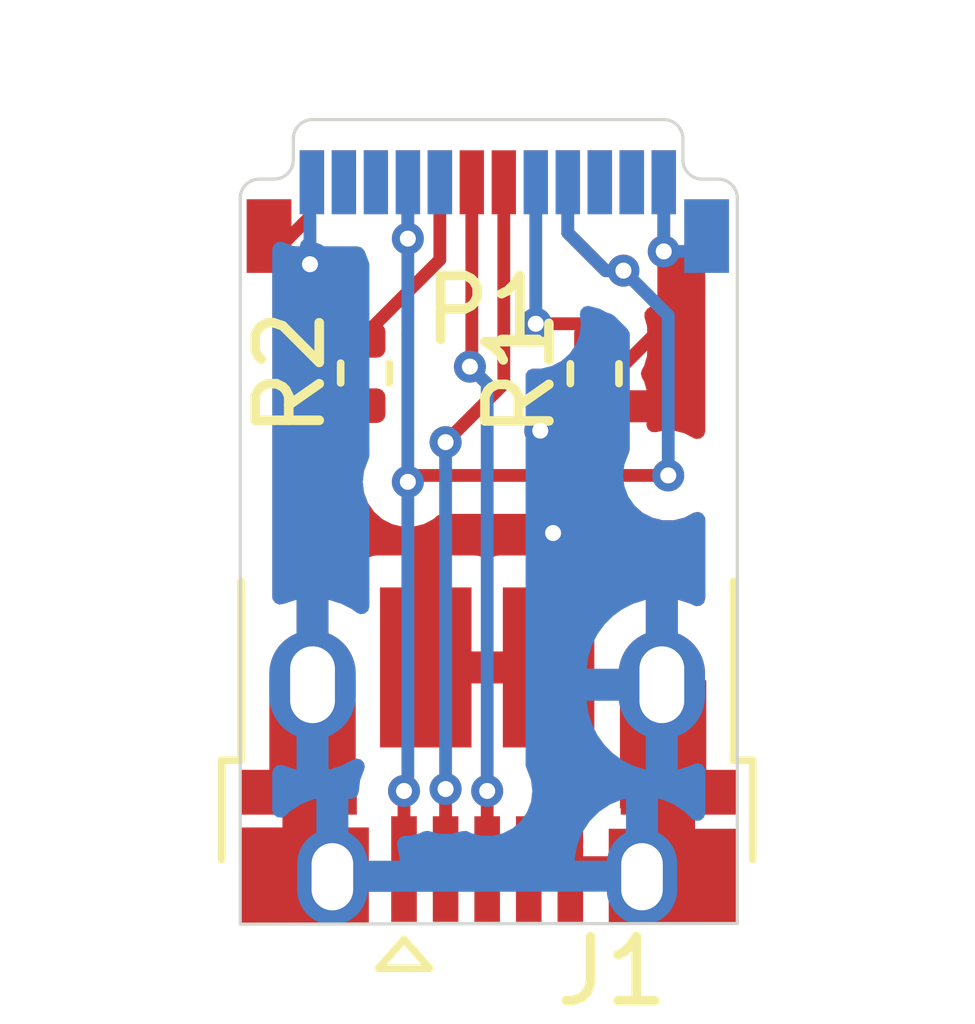
<source format=kicad_pcb>
(kicad_pcb (version 20240108) (generator "pcbnew") (generator_version "8.0")
  (layers (0 "F.Cu" signal) (31 "B.Cu" signal) (34 "B.Paste" user) (35 "F.Paste" user) (36 "B.SilkS" user "B.Silkscreen") (37 "F.SilkS" user "F.Silkscreen") (38 "B.Mask" user) (39 "F.Mask" user) (44 "Edge.Cuts" user))
  (net 0 "")
  (net 1 "VBUS")
  (net 2 "GND")
  (net 3 "Net-(J1-D+)")
  (net 4 "Net-(J1-D-)")
  (net 5 "Net-(P1-CC)")
  (net 6 "Net-(P1-VCONN)")
  (footprint "Resistor_SMD:R_0402_1005Metric" (layer "F.Cu") (at 129.26 71.7 90)
    (property "Reference" "R2" (at 0 -1.17 90) (layer "F.SilkS"))
    (property "Value" "5k1")
    (fp_line (start -0.153641 -0.38) (end 0.153641 -0.38) (stroke (width 0.12)) (layer "F.SilkS"))
    (fp_line (start -0.153641 0.38) (end 0.153641 0.38) (stroke (width 0.12)) (layer "F.SilkS"))
    (pad "1" smd roundrect (at -0.51 0 90) (size 0.54 0.64) (layers "F.Cu" "F.Paste" "F.Mask") (net 2 "GND"))
    (pad "2" smd roundrect (at 0.51 0 90) (size 0.54 0.64) (layers "F.Cu" "F.Paste" "F.Mask") (net 5 "Net-(P1-CC)"))
  )
  (footprint "Resistor_SMD:R_0402_1005Metric" (layer "F.Cu") (at 132.85 71.71 90)
    (property "Reference" "R1" (at 0 -1.17 90) (layer "F.SilkS"))
    (property "Value" "5k1")
    (fp_line (start -0.153641 -0.38) (end 0.153641 -0.38) (stroke (width 0.12)) (layer "F.SilkS"))
    (fp_line (start -0.153641 0.38) (end 0.153641 0.38) (stroke (width 0.12)) (layer "F.SilkS"))
    (pad "1" smd roundrect (at -0.51 0 90) (size 0.54 0.64) (layers "F.Cu" "F.Paste" "F.Mask") (net 2 "GND"))
    (pad "2" smd roundrect (at 0.51 0 90) (size 0.54 0.64) (layers "F.Cu" "F.Paste" "F.Mask") (net 6 "Net-(P1-VCONN)"))
  )
  (footprint "Connector_USB:USB_Micro-B_Amphenol_10103594-0001LF_Horizontal_Mirrored" (layer "F.Cu") (at 130.655 77.685 180)
    (property "Reference" "J1" (at -2.465 -3.365 360) (layer "F.SilkS"))
    (property "Value" "USB_OTG")
    (fp_line (start 3.635 -0.065) (end 3.635 -1.615) (stroke (width 0.12)) (layer "F.SilkS"))
    (fp_line (start 3.635 -0.065) (end 3.335 -0.065) (stroke (width 0.12)) (layer "F.SilkS"))
    (fp_line (start 3.335 2.735) (end 3.335 -0.065) (stroke (width 0.12)) (layer "F.SilkS"))
    (fp_line (start 1.185 -3.315) (end 0.385 -3.315) (stroke (width 0.12)) (layer "F.SilkS"))
    (fp_line (start 0.785 -2.865) (end 1.185 -3.315) (stroke (width 0.12)) (layer "F.SilkS"))
    (fp_line (start 0.385 -3.315) (end 0.785 -2.865) (stroke (width 0.12)) (layer "F.SilkS"))
    (fp_line (start -4.365 2.735) (end -4.365 -0.065) (stroke (width 0.12)) (layer "F.SilkS"))
    (fp_line (start -4.365 -0.065) (end -4.665 -0.065) (stroke (width 0.12)) (layer "F.SilkS"))
    (fp_line (start -4.665 -0.065) (end -4.665 -1.615) (stroke (width 0.12)) (layer "F.SilkS"))
    (pad "1" smd rect (at 0.785 -1.765 90) (size 1.65 0.4) (layers "F.Cu" "F.Paste" "F.Mask") (net 1 "VBUS"))
    (pad "2" smd rect (at 0.135 -1.765 90) (size 1.65 0.4) (layers "F.Cu" "F.Paste" "F.Mask") (net 4 "Net-(J1-D-)"))
    (pad "3" smd rect (at -0.515 -1.765 90) (size 1.65 0.4) (layers "F.Cu" "F.Paste" "F.Mask") (net 3 "Net-(J1-D+)"))
    (pad "4" smd rect (at -1.165 -1.765 90) (size 1.65 0.4) (layers "F.Cu" "F.Paste" "F.Mask"))
    (pad "5" smd rect (at -1.815 -1.765 90) (size 1.65 0.4) (layers "F.Cu" "F.Paste" "F.Mask") (net 2 "GND"))
    (pad "6" smd rect (at -3.515 -0.565 180) (size 1.825 0.7) (layers "F.Cu" "F.Paste" "F.Mask") (net 2 "GND"))
    (pad "6" smd rect (at -3.415 -1.885 180) (size 2 1.5) (layers "F.Cu" "F.Paste" "F.Mask") (net 2 "GND"))
    (pad "6" smd rect (at -3.265 0.185 180) (size 1.35 2) (layers "F.Cu" "F.Paste" "F.Mask") (net 2 "GND"))
    (pad "6" thru_hole oval (at -3.245 1.115 90) (size 1.7 1.35) (drill oval 1.2 0.7) (layers "*.Cu" "*.Mask") (net 2 "GND"))
    (pad "6" thru_hole oval (at -2.935 -1.885 90) (size 1.5 1.1) (drill oval 1.05 0.65) (layers "*.Cu" "*.Mask") (net 2 "GND"))
    (pad "6" smd rect (at -1.475 1.385 90) (size 2.5 1.43) (layers "F.Cu" "F.Paste" "F.Mask") (net 2 "GND"))
    (pad "6" smd rect (at 0.445 1.385 90) (size 2.5 1.43) (layers "F.Cu" "F.Paste" "F.Mask") (net 2 "GND"))
    (pad "6" thru_hole oval (at 1.905 -1.885 90) (size 1.5 1.1) (drill oval 1.05 0.65) (layers "*.Cu" "*.Mask") (net 2 "GND"))
    (pad "6" smd rect (at 2.215 0.185 180) (size 1.35 2) (layers "F.Cu" "F.Paste" "F.Mask") (net 2 "GND"))
    (pad "6" thru_hole oval (at 2.215 1.115 90) (size 1.7 1.35) (drill oval 1.2 0.7) (layers "*.Cu" "*.Mask") (net 2 "GND"))
    (pad "6" smd rect (at 2.335 -1.865 180) (size 2 1.5) (layers "F.Cu" "F.Paste" "F.Mask") (net 2 "GND"))
    (pad "6" smd rect (at 2.435 -0.565 180) (size 1.825 0.7) (layers "F.Cu" "F.Paste" "F.Mask") (net 2 "GND"))
  )
  (footprint "Connector_USB:USB_C_Plug_Molex_105444" (layer "F.Cu") (at 131.18 68.68)
    (property "Reference" "P1" (at 0 2.04 0) (layer "F.SilkS"))
    (property "Value" "USB_C_Plug_USB2.0")
    (pad "A1" smd rect (at -2.75 0.04) (size 0.38 1) (layers "F.Cu" "F.Paste" "F.Mask") (net 2 "GND"))
    (pad "A2" smd rect (at -2.25 0.04) (size 0.38 1) (layers "F.Cu" "F.Paste" "F.Mask"))
    (pad "A3" smd rect (at -1.75 0.04) (size 0.38 1) (layers "F.Cu" "F.Paste" "F.Mask"))
    (pad "A4" smd rect (at -1.25 0.04) (size 0.38 1) (layers "F.Cu" "F.Paste" "F.Mask") (net 1 "VBUS"))
    (pad "A5" smd rect (at -0.75 0.04) (size 0.38 1) (layers "F.Cu" "F.Paste" "F.Mask") (net 5 "Net-(P1-CC)"))
    (pad "A6" smd rect (at -0.25 0.04) (size 0.38 1) (layers "F.Cu" "F.Paste" "F.Mask") (net 3 "Net-(J1-D+)"))
    (pad "A7" smd rect (at 0.25 0.04) (size 0.38 1) (layers "F.Cu" "F.Paste" "F.Mask") (net 4 "Net-(J1-D-)"))
    (pad "A8" smd rect (at 0.75 0.04) (size 0.38 1) (layers "F.Cu" "F.Paste" "F.Mask"))
    (pad "A9" smd rect (at 1.25 0.04) (size 0.38 1) (layers "F.Cu" "F.Paste" "F.Mask") (net 1 "VBUS"))
    (pad "A10" smd rect (at 1.75 0.04) (size 0.38 1) (layers "F.Cu" "F.Paste" "F.Mask"))
    (pad "A11" smd rect (at 2.25 0.04) (size 0.38 1) (layers "F.Cu" "F.Paste" "F.Mask"))
    (pad "A12" smd rect (at 2.75 0.04) (size 0.38 1) (layers "F.Cu" "F.Paste" "F.Mask") (net 2 "GND"))
    (pad "B1" smd rect (at 2.75 0.04) (size 0.38 1) (layers "B.Cu" "B.Paste" "B.Mask") (net 2 "GND"))
    (pad "B2" smd rect (at 2.25 0.04) (size 0.38 1) (layers "B.Cu" "B.Paste" "B.Mask"))
    (pad "B3" smd rect (at 1.75 0.04) (size 0.38 1) (layers "B.Cu" "B.Paste" "B.Mask"))
    (pad "B4" smd rect (at 1.25 0.04) (size 0.38 1) (layers "B.Cu" "B.Paste" "B.Mask") (net 1 "VBUS"))
    (pad "B5" smd rect (at 0.75 0.04) (size 0.38 1) (layers "B.Cu" "B.Paste" "B.Mask") (net 6 "Net-(P1-VCONN)"))
    (pad "B8" smd rect (at -0.75 0.04) (size 0.38 1) (layers "B.Cu" "B.Paste" "B.Mask"))
    (pad "B9" smd rect (at -1.25 0.04) (size 0.38 1) (layers "B.Cu" "B.Paste" "B.Mask") (net 1 "VBUS"))
    (pad "B10" smd rect (at -1.75 0.04) (size 0.38 1) (layers "B.Cu" "B.Paste" "B.Mask"))
    (pad "B11" smd rect (at -2.25 0.04) (size 0.38 1) (layers "B.Cu" "B.Paste" "B.Mask"))
    (pad "B12" smd rect (at -2.75 0.04) (size 0.38 1) (layers "B.Cu" "B.Paste" "B.Mask") (net 2 "GND"))
    (pad "S1" smd rect (at -3.42 0.88) (size 0.7 1.15) (layers "F.Cu" "F.Paste" "F.Mask") (net 2 "GND"))
    (pad "S1" smd rect (at 3.42 0.88) (size 0.7 1.15) (layers "B.Cu" "B.Paste" "B.Mask") (net 2 "GND"))
  )
  (gr_arc (start 128.14 68.37) (mid 128.052132 68.582132) (end 127.84 68.67) (stroke (width 0.05)) (layer "Edge.Cuts"))
  (gr_arc (start 133.93 67.74) (mid 134.142132 67.827868) (end 134.23 68.04) (stroke (width 0.05)) (layer "Edge.Cuts"))
  (gr_arc (start 134.78 68.67) (mid 134.992132 68.757868) (end 135.08 68.97) (stroke (width 0.05)) (layer "Edge.Cuts"))
  (gr_line (start 128.14 68.04) (end 128.14 68.37) (stroke (width 0.05)) (layer "Edge.Cuts"))
  (gr_arc (start 127.31 68.97) (mid 127.397868 68.757868) (end 127.61 68.67) (stroke (width 0.05)) (layer "Edge.Cuts"))
  (gr_line (start 133.93 67.74) (end 128.44 67.74) (stroke (width 0.05)) (layer "Edge.Cuts"))
  (gr_line (start 127.31 80.31) (end 135.08 80.3) (stroke (width 0.05)) (layer "Edge.Cuts"))
  (gr_arc (start 134.53 68.67) (mid 134.317868 68.582132) (end 134.23 68.37) (stroke (width 0.05)) (layer "Edge.Cuts"))
  (gr_line (start 127.31 68.97) (end 127.31 80.31) (stroke (width 0.05)) (layer "Edge.Cuts"))
  (gr_line (start 127.84 68.67) (end 127.61 68.67) (stroke (width 0.05)) (layer "Edge.Cuts"))
  (gr_line (start 135.08 80.3) (end 135.08 68.97) (stroke (width 0.05)) (layer "Edge.Cuts"))
  (gr_line (start 134.78 68.67) (end 134.53 68.67) (stroke (width 0.05)) (layer "Edge.Cuts"))
  (gr_line (start 134.23 68.37) (end 134.23 68.04) (stroke (width 0.05)) (layer "Edge.Cuts"))
  (gr_arc (start 128.14 68.04) (mid 128.227868 67.827868) (end 128.44 67.74) (stroke (width 0.05)) (layer "Edge.Cuts"))
  (segment (start 132.43 69.51) (end 133.02 70.1) (width 0.2) (layer "F.Cu") (net 1))
  (segment (start 132.43 69.51) (end 132.43 68.72) (width 0.2) (layer "F.Cu") (net 1))
  (segment (start 133.02 70.1) (end 133.3 70.1) (width 0.2) (layer "F.Cu") (net 1))
  (segment (start 134 73.3) (end 130.03 73.3) (width 0.2) (layer "F.Cu") (net 1))
  (segment (start 130.03 73.3) (end 129.93 73.4) (width 0.2) (layer "F.Cu") (net 1))
  (segment (start 129.87 79.45) (end 129.87 78.23) (width 0.2) (layer "F.Cu") (net 1))
  (segment (start 129.93 69.51) (end 129.93 68.72) (width 0.2) (layer "F.Cu") (net 1))
  (via (at 129.93 73.4) (size 0.5) (drill 0.25) (layers "F.Cu" "B.Cu") (net 1))
  (via (at 129.93 69.6) (size 0.5) (drill 0.25) (layers "F.Cu" "B.Cu") (net 1))
  (via (at 134 73.3) (size 0.5) (drill 0.25) (layers "F.Cu" "B.Cu") (net 1))
  (via (at 133.3 70.1) (size 0.5) (drill 0.25) (layers "F.Cu" "B.Cu") (net 1))
  (via (at 129.87 78.23) (size 0.5) (drill 0.25) (layers "F.Cu" "B.Cu") (net 1))
  (segment (start 129.93 78.17) (end 129.93 73.4) (width 0.2) (layer "B.Cu") (net 1))
  (segment (start 133.3 70.1) (end 133.02 70.1) (width 0.2) (layer "B.Cu") (net 1))
  (segment (start 129.93 71.1) (end 129.93 69.6) (width 0.2) (layer "B.Cu") (net 1))
  (segment (start 133.3 70.1) (end 134 70.8) (width 0.2) (layer "B.Cu") (net 1))
  (segment (start 133.02 70.1) (end 132.43 69.51) (width 0.2) (layer "B.Cu") (net 1))
  (segment (start 129.93 73.4) (end 129.93 71.1) (width 0.2) (layer "B.Cu") (net 1))
  (segment (start 129.87 78.23) (end 129.93 78.17) (width 0.2) (layer "B.Cu") (net 1))
  (segment (start 134 70.8) (end 134 73.3) (width 0.2) (layer "B.Cu") (net 1))
  (segment (start 132.43 69.51) (end 132.43 68.72) (width 0.2) (layer "B.Cu") (net 1))
  (segment (start 129.93 69.6) (end 129.93 68.72) (width 0.2) (layer "B.Cu") (net 1))
  (segment (start 132.47 72.6) (end 132.85 72.22) (width 0.2) (layer "F.Cu") (net 2))
  (segment (start 127.91 70.77) (end 127.91 69.71) (width 0.2) (layer "F.Cu") (net 2))
  (segment (start 133.93 69.8) (end 133.93 69.218528) (width 0.2) (layer "F.Cu") (net 2))
  (segment (start 129.26 72.12) (end 127.91 70.77) (width 0.2) (layer "F.Cu") (net 2))
  (segment (start 128 69.658528) (end 128.388528 69.27) (width 0.2) (layer "F.Cu") (net 2))
  (segment (start 133.93 70.95) (end 133.93 69.8) (width 0.2) (layer "F.Cu") (net 2))
  (segment (start 132.85 72.03) (end 133.93 70.95) (width 0.2) (layer "F.Cu") (net 2))
  (segment (start 132 72.6) (end 132.47 72.6) (width 0.2) (layer "F.Cu") (net 2))
  (via (at 132 72.6) (size 0.5) (drill 0.25) (layers "F.Cu" "B.Cu") (net 2))
  (via (at 132.2 74.2) (size 0.5) (drill 0.25) (layers "F.Cu" "B.Cu") (net 2))
  (via (at 133.93 69.8) (size 0.5) (drill 0.25) (layers "F.Cu" "B.Cu") (net 2))
  (via (at 128.4 70) (size 0.5) (drill 0.25) (layers "F.Cu" "B.Cu") (net 2))
  (segment (start 133.93 69.8) (end 134.36 69.8) (width 0.2) (layer "B.Cu") (net 2))
  (segment (start 133.93 69.8) (end 133.93 69.218528) (width 0.2) (layer "B.Cu") (net 2))
  (segment (start 134.48 69.68) (end 134.48 69.56) (width 0.2) (layer "B.Cu") (net 2))
  (segment (start 134.36 69.8) (end 134.48 69.68) (width 0.2) (layer "B.Cu") (net 2))
  (segment (start 128.4 70) (end 128.4 69.258528) (width 0.2) (layer "B.Cu") (net 2))
  (segment (start 130.93 71.57) (end 130.93 68.72) (width 0.2) (layer "F.Cu") (net 3))
  (segment (start 130.9 71.6) (end 130.93 71.57) (width 0.2) (layer "F.Cu") (net 3))
  (segment (start 131.17 79.45) (end 131.17 78.23) (width 0.2) (layer "F.Cu") (net 3))
  (via (at 130.9 71.6) (size 0.5) (drill 0.25) (layers "F.Cu" "B.Cu") (net 3))
  (via (at 131.17 78.23) (size 0.5) (drill 0.25) (layers "F.Cu" "B.Cu") (net 3))
  (segment (start 131.17 71.87) (end 130.9 71.6) (width 0.2) (layer "B.Cu") (net 3))
  (segment (start 131.17 78.23) (end 131.17 71.87) (width 0.2) (layer "B.Cu") (net 3))
  (segment (start 130.52 72.78) (end 131.43 71.87) (width 0.2) (layer "F.Cu") (net 4))
  (segment (start 131.43 71.87) (end 131.43 68.72) (width 0.2) (layer "F.Cu") (net 4))
  (segment (start 130.52 79.45) (end 130.52 78.2) (width 0.2) (layer "F.Cu") (net 4))
  (segment (start 130.52 78.2) (end 130.52 78.18) (width 0.2) (layer "F.Cu") (net 4))
  (via (at 130.52 78.2) (size 0.5) (drill 0.25) (layers "F.Cu" "B.Cu") (net 4))
  (via (at 130.52 72.78) (size 0.5) (drill 0.25) (layers "F.Cu" "B.Cu") (net 4))
  (segment (start 130.52 78.2) (end 130.52 72.78) (width 0.2) (layer "B.Cu") (net 4))
  (segment (start 130.43 68.72) (end 130.43 69.93) (width 0.2) (layer "F.Cu") (net 5))
  (segment (start 130.43 69.93) (end 129.26 71.1) (width 0.2) (layer "F.Cu") (net 5))
  (segment (start 132.77 70.93) (end 132.85 71.01) (width 0.2) (layer "F.Cu") (net 6))
  (segment (start 131.93 70.93) (end 132.77 70.93) (width 0.2) (layer "F.Cu") (net 6))
  (via (at 131.93 70.93) (size 0.5) (drill 0.25) (layers "F.Cu" "B.Cu") (net 6))
  (segment (start 131.93 68.72) (end 131.93 70.93) (width 0.2) (layer "B.Cu") (net 6))
  (zone (net 2) (net_name "GND") (layer "F.Cu") (connect_pads (clearance 0.5)) (min_thickness 0.25) (fill yes (thermal_gap 0.5) (thermal_bridge_width 0.5))
    (polygon (pts (xy 127.3 68.7) (xy 135.1 68.7) (xy 135 80.3) (xy 127.3 80.3)))
  )
  (zone (net 2) (net_name "GND") (layer "B.Cu") (priority 1) (connect_pads (clearance 0.5)) (min_thickness 0.25) (fill yes (thermal_gap 0.5) (thermal_bridge_width 0.5))
    (polygon (pts (xy 127.4 68.7) (xy 135.1 68.7) (xy 135.1 80.3) (xy 127.3 80.3)))
  )
)
</source>
